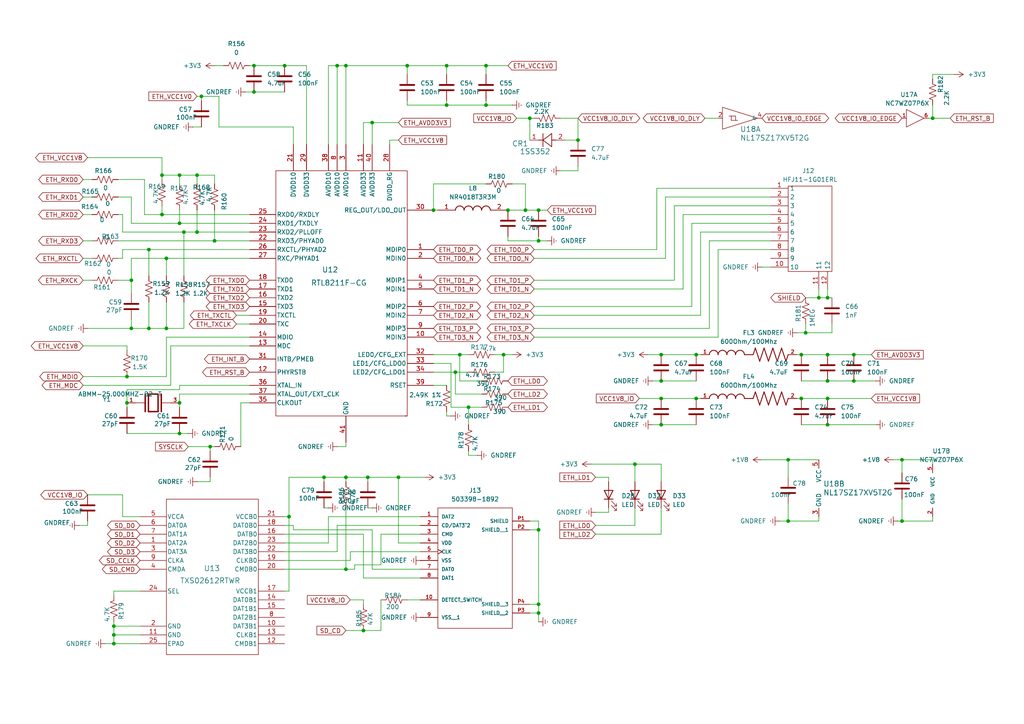
<source format=kicad_sch>
(kicad_sch (version 20231120) (generator "eeschema") (generator_version "8.0")
  (paper "A4")
  (junction (at 33.02 181.61))
  (junction (at 33.02 186.69))
  (junction (at 240.03 110.49))
  (junction (at 73.66 19.05))
  (junction (at 147.32 60.96))
  (junction (at 135.89 118.11))
  (junction (at 240.03 102.87))
  (junction (at 191.77 102.87))
  (junction (at 100.33 165.1))
  (junction (at 46.99 62.23))
  (junction (at 233.68 96.52))
  (junction (at 270.51 34.29))
  (junction (at 38.1 95.25))
  (junction (at 100.33 138.43))
  (junction (at 140.97 19.05))
  (junction (at 48.26 95.25))
  (junction (at 52.07 116.84))
  (junction (at 125.73 60.96))
  (junction (at 156.21 153.67))
  (junction (at 156.21 177.8))
  (junction (at 191.77 123.19))
  (junction (at 36.83 109.22))
  (junction (at 52.07 125.73))
  (junction (at 247.65 102.87))
  (junction (at 107.95 35.56))
  (junction (at 140.97 30.48))
  (junction (at 191.77 115.57))
  (junction (at 240.03 115.57))
  (junction (at 129.54 19.05))
  (junction (at 240.03 86.36))
  (junction (at 57.15 67.31))
  (junction (at 38.1 81.28))
  (junction (at 33.02 184.15))
  (junction (at 52.07 64.77))
  (junction (at 93.98 138.43))
  (junction (at 156.21 69.85))
  (junction (at 152.4 60.96))
  (junction (at 201.93 102.87))
  (junction (at 156.21 175.26))
  (junction (at 191.77 110.49))
  (junction (at 167.64 40.64))
  (junction (at 53.34 67.31))
  (junction (at 82.55 19.05))
  (junction (at 228.6 133.35))
  (junction (at 62.23 69.85))
  (junction (at 97.79 19.05))
  (junction (at 201.93 115.57))
  (junction (at 52.07 50.8))
  (junction (at 57.15 50.8))
  (junction (at 133.35 102.87))
  (junction (at 232.41 102.87))
  (junction (at 132.08 107.95))
  (junction (at 105.41 182.88))
  (junction (at 115.57 138.43))
  (junction (at 184.15 134.62))
  (junction (at 36.83 116.84))
  (junction (at 247.65 110.49))
  (junction (at 60.96 129.54))
  (junction (at 153.67 34.29))
  (junction (at 48.26 74.93))
  (junction (at 106.68 138.43))
  (junction (at 129.54 30.48))
  (junction (at 100.33 19.05))
  (junction (at 156.21 60.96))
  (junction (at 261.62 151.13))
  (junction (at 261.62 133.35))
  (junction (at 240.03 123.19))
  (junction (at 146.05 102.87))
  (junction (at 232.41 115.57))
  (junction (at 58.42 27.94))
  (junction (at 43.18 72.39))
  (junction (at 73.66 26.67))
  (junction (at 46.99 50.8))
  (junction (at 43.18 95.25))
  (junction (at 118.11 19.05))
  (junction (at 228.6 151.13))
  (junction (at 83.82 149.86))
  (junction (at 237.49 86.36))
  (wire (pts (xy 33.02 184.15) (xy 33.02 186.69)))
  (wire (pts (xy 33.02 172.72) (xy 33.02 171.45)))
  (wire (pts (xy 102.87 165.1) (xy 100.33 165.1)))
  (wire (pts (xy 33.02 184.15) (xy 40.64 184.15)))
  (wire (pts (xy 93.98 138.43) (xy 100.33 138.43)))
  (wire (pts (xy 139.7 114.3) (xy 132.08 114.3)))
  (wire (pts (xy 48.26 74.93) (xy 72.39 74.93)))
  (wire (pts (xy 46.99 62.23) (xy 72.39 62.23)))
  (wire (pts (xy 143.51 107.95) (xy 146.05 107.95)))
  (wire (pts (xy 140.97 19.05) (xy 140.97 21.59)))
  (wire (pts (xy 35.56 62.23) (xy 35.56 67.31)))
  (wire (pts (xy 68.58 93.98) (xy 72.39 93.98)))
  (wire (pts (xy 247.65 110.49) (xy 254 110.49)))
  (wire (pts (xy 52.07 64.77) (xy 72.39 64.77)))
  (wire (pts (xy 140.97 19.05) (xy 147.32 19.05)))
  (wire (pts (xy 193.04 57.15) (xy 223.52 57.15)))
  (wire (pts (xy 46.99 50.8) (xy 52.07 50.8)))
  (wire (pts (xy 34.29 81.28) (xy 38.1 81.28)))
  (wire (pts (xy 231.14 96.52) (xy 233.68 96.52)))
  (wire (pts (xy 58.42 27.94) (xy 58.42 29.21)))
  (wire (pts (xy 105.41 167.64) (xy 105.41 154.94)))
  (wire (pts (xy 125.73 53.34) (xy 125.73 60.96)))
  (wire (pts (xy 57.15 139.7) (xy 60.96 139.7)))
  (wire (pts (xy 184.15 147.32) (xy 184.15 152.4)))
  (wire (pts (xy 228.6 151.13) (xy 226.06 151.13)))
  (wire (pts (xy 191.77 147.32) (xy 191.77 154.94)))
  (wire (pts (xy 48.26 87.63) (xy 48.26 95.25)))
  (wire (pts (xy 46.99 45.72) (xy 46.99 50.8)))
  (wire (pts (xy 135.89 118.11) (xy 135.89 123.19)))
  (wire (pts (xy 97.79 19.05) (xy 100.33 19.05)))
  (wire (pts (xy 53.34 80.01) (xy 53.34 67.31)))
  (wire (pts (xy 113.03 41.91) (xy 113.03 40.64)))
  (wire (pts (xy 176.53 147.32) (xy 176.53 148.59)))
  (wire (pts (xy 140.97 53.34) (xy 125.73 53.34)))
  (wire (pts (xy 107.95 153.67) (xy 85.09 153.67)))
  (wire (pts (xy 60.96 129.54) (xy 60.96 130.81)))
  (wire (pts (xy 118.11 173.99) (xy 121.92 173.99)))
  (wire (pts (xy 156.21 177.8) (xy 156.21 180.34)))
  (wire (pts (xy 191.77 154.94) (xy 172.72 154.94)))
  (wire (pts (xy 36.83 101.6) (xy 36.83 100.33)))
  (wire (pts (xy 35.56 72.39) (xy 43.18 72.39)))
  (wire (pts (xy 52.07 118.11) (xy 52.07 116.84)))
  (wire (pts (xy 154.94 88.9) (xy 200.66 88.9)))
  (wire (pts (xy 191.77 102.87) (xy 201.93 102.87)))
  (wire (pts (xy 189.23 123.19) (xy 191.77 123.19)))
  (wire (pts (xy 24.13 69.85) (xy 26.67 69.85)))
  (wire (pts (xy 33.02 180.34) (xy 33.02 181.61)))
  (wire (pts (xy 93.98 147.32) (xy 95.25 147.32)))
  (wire (pts (xy 149.86 34.29) (xy 153.67 34.29)))
  (wire (pts (xy 110.49 154.94) (xy 110.49 163.83)))
  (wire (pts (xy 129.54 19.05) (xy 129.54 21.59)))
  (wire (pts (xy 187.96 102.87) (xy 191.77 102.87)))
  (wire (pts (xy 101.6 160.02) (xy 121.92 160.02)))
  (wire (pts (xy 156.21 153.67) (xy 156.21 175.26)))
  (wire (pts (xy 52.07 116.84) (xy 52.07 114.3)))
  (wire (pts (xy 35.56 74.93) (xy 35.56 72.39)))
  (wire (pts (xy 85.09 152.4) (xy 82.55 152.4)))
  (wire (pts (xy 125.73 111.76) (xy 129.54 111.76)))
  (wire (pts (xy 133.35 102.87) (xy 135.89 102.87)))
  (wire (pts (xy 154.94 81.28) (xy 195.58 81.28)))
  (wire (pts (xy 240.03 102.87) (xy 247.65 102.87)))
  (wire (pts (xy 200.66 88.9) (xy 200.66 64.77)))
  (wire (pts (xy 129.54 19.05) (xy 140.97 19.05)))
  (wire (pts (xy 52.07 125.73) (xy 54.61 125.73)))
  (wire (pts (xy 24.13 81.28) (xy 26.67 81.28)))
  (wire (pts (xy 73.66 26.67) (xy 82.55 26.67)))
  (wire (pts (xy 88.9 41.91) (xy 88.9 19.05)))
  (wire (pts (xy 35.56 67.31) (xy 53.34 67.31)))
  (wire (pts (xy 153.67 34.29) (xy 153.67 40.64)))
  (wire (pts (xy 154.94 95.25) (xy 205.74 95.25)))
  (wire (pts (xy 88.9 19.05) (xy 82.55 19.05)))
  (wire (pts (xy 232.41 110.49) (xy 240.03 110.49)))
  (wire (pts (xy 152.4 53.34) (xy 152.4 60.96)))
  (wire (pts (xy 146.05 102.87) (xy 148.59 102.87)))
  (wire (pts (xy 62.23 19.05) (xy 64.77 19.05)))
  (wire (pts (xy 58.42 27.94) (xy 63.5 27.94)))
  (wire (pts (xy 198.12 83.82) (xy 198.12 62.23)))
  (wire (pts (xy 36.83 125.73) (xy 52.07 125.73)))
  (wire (pts (xy 48.26 97.79) (xy 48.26 109.22)))
  (wire (pts (xy 102.87 163.83) (xy 102.87 165.1)))
  (wire (pts (xy 52.07 50.8) (xy 52.07 53.34)))
  (wire (pts (xy 35.56 149.86) (xy 40.64 149.86)))
  (wire (pts (xy 147.32 69.85) (xy 156.21 69.85)))
  (wire (pts (xy 115.57 138.43) (xy 123.19 138.43)))
  (wire (pts (xy 46.99 59.69) (xy 46.99 62.23)))
  (wire (pts (xy 237.49 86.36) (xy 240.03 86.36)))
  (wire (pts (xy 154.94 72.39) (xy 190.5 72.39)))
  (wire (pts (xy 127 60.96) (xy 125.73 60.96)))
  (wire (pts (xy 57.15 50.8) (xy 52.07 50.8)))
  (wire (pts (xy 34.29 62.23) (xy 35.56 62.23)))
  (wire (pts (xy 53.34 95.25) (xy 48.26 95.25)))
  (wire (pts (xy 24.13 74.93) (xy 26.67 74.93)))
  (wire (pts (xy 163.83 40.64) (xy 167.64 40.64)))
  (wire (pts (xy 62.23 60.96) (xy 62.23 69.85)))
  (wire (pts (xy 34.29 69.85) (xy 62.23 69.85)))
  (wire (pts (xy 57.15 27.94) (xy 58.42 27.94)))
  (wire (pts (xy 237.49 151.13) (xy 228.6 151.13)))
  (wire (pts (xy 72.39 97.79) (xy 48.26 97.79)))
  (wire (pts (xy 118.11 19.05) (xy 118.11 21.59)))
  (wire (pts (xy 191.77 115.57) (xy 201.93 115.57)))
  (wire (pts (xy 68.58 91.44) (xy 72.39 91.44)))
  (wire (pts (xy 231.14 115.57) (xy 232.41 115.57)))
  (wire (pts (xy 162.56 49.53) (xy 167.64 49.53)))
  (wire (pts (xy 107.95 35.56) (xy 115.57 35.56)))
  (wire (pts (xy 135.89 118.11) (xy 130.81 118.11)))
  (wire (pts (xy 143.51 102.87) (xy 146.05 102.87)))
  (wire (pts (xy 240.03 123.19) (xy 254 123.19)))
  (wire (pts (xy 69.85 116.84) (xy 72.39 116.84)))
  (wire (pts (xy 270.51 21.59) (xy 276.86 21.59)))
  (wire (pts (xy 241.3 96.52) (xy 233.68 96.52)))
  (wire (pts (xy 43.18 95.25) (xy 48.26 95.25)))
  (wire (pts (xy 34.29 57.15) (xy 38.1 57.15)))
  (wire (pts (xy 25.4 152.4) (xy 25.4 151.13)))
  (wire (pts (xy 25.4 45.72) (xy 46.99 45.72)))
  (wire (pts (xy 232.41 102.87) (xy 240.03 102.87)))
  (wire (pts (xy 34.29 74.93) (xy 35.56 74.93)))
  (wire (pts (xy 270.51 151.13) (xy 261.62 151.13)))
  (wire (pts (xy 118.11 30.48) (xy 129.54 30.48)))
  (wire (pts (xy 110.49 173.99) (xy 110.49 182.88)))
  (wire (pts (xy 60.96 139.7) (xy 60.96 138.43)))
  (wire (pts (xy 97.79 160.02) (xy 97.79 152.4)))
  (wire (pts (xy 121.92 167.64) (xy 105.41 167.64)))
  (wire (pts (xy 52.07 114.3) (xy 72.39 114.3)))
  (wire (pts (xy 205.74 69.85) (xy 223.52 69.85)))
  (wire (pts (xy 63.5 36.83) (xy 63.5 27.94)))
  (wire (pts (xy 152.4 60.96) (xy 156.21 60.96)))
  (wire (pts (xy 24.13 57.15) (xy 26.67 57.15)))
  (wire (pts (xy 24.13 111.76) (xy 49.53 111.76)))
  (wire (pts (xy 35.56 143.51) (xy 35.56 149.86)))
  (wire (pts (xy 83.82 138.43) (xy 93.98 138.43)))
  (wire (pts (xy 176.53 139.7) (xy 176.53 138.43)))
  (wire (pts (xy 113.03 40.64) (xy 115.57 40.64)))
  (wire (pts (xy 34.29 52.07) (xy 41.91 52.07)))
  (wire (pts (xy 191.77 123.19) (xy 201.93 123.19)))
  (wire (pts (xy 184.15 152.4) (xy 172.72 152.4)))
  (wire (pts (xy 220.98 133.35) (xy 228.6 133.35)))
  (wire (pts (xy 228.6 133.35) (xy 228.6 138.43)))
  (wire (pts (xy 72.39 19.05) (xy 73.66 19.05)))
  (wire (pts (xy 176.53 138.43) (xy 172.72 138.43)))
  (wire (pts (xy 233.68 86.36) (xy 237.49 86.36)))
  (wire (pts (xy 191.77 110.49) (xy 201.93 110.49)))
  (wire (pts (xy 24.13 100.33) (xy 36.83 100.33)))
  (wire (pts (xy 41.91 52.07) (xy 41.91 62.23)))
  (wire (pts (xy 156.21 151.13) (xy 156.21 153.67)))
  (wire (pts (xy 233.68 96.52) (xy 233.68 93.98)))
  (wire (pts (xy 118.11 19.05) (xy 129.54 19.05)))
  (wire (pts (xy 24.13 109.22) (xy 36.83 109.22)))
  (wire (pts (xy 147.32 68.58) (xy 147.32 69.85)))
  (wire (pts (xy 228.6 146.05) (xy 228.6 151.13)))
  (wire (pts (xy 247.65 102.87) (xy 252.73 102.87)))
  (wire (pts (xy 203.2 91.44) (xy 203.2 67.31)))
  (wire (pts (xy 33.02 181.61) (xy 33.02 184.15)))
  (wire (pts (xy 41.91 62.23) (xy 46.99 62.23)))
  (wire (pts (xy 105.41 41.91) (xy 105.41 35.56)))
  (wire (pts (xy 156.21 60.96) (xy 158.75 60.96)))
  (wire (pts (xy 55.88 36.83) (xy 58.42 36.83)))
  (wire (pts (xy 100.33 128.27) (xy 100.33 129.54)))
  (wire (pts (xy 100.33 19.05) (xy 118.11 19.05)))
  (wire (pts (xy 101.6 173.99) (xy 105.41 173.99)))
  (wire (pts (xy 107.95 165.1) (xy 107.95 153.67)))
  (wire (pts (xy 193.04 74.93) (xy 193.04 57.15)))
  (wire (pts (xy 83.82 171.45) (xy 83.82 149.86)))
  (wire (pts (xy 38.1 74.93) (xy 48.26 74.93)))
  (wire (pts (xy 49.53 111.76) (xy 49.53 100.33)))
  (wire (pts (xy 270.51 34.29) (xy 275.59 34.29)))
  (wire (pts (xy 121.92 165.1) (xy 107.95 165.1)))
  (wire (pts (xy 261.62 133.35) (xy 261.62 137.16)))
  (wire (pts (xy 240.03 86.36) (xy 241.3 86.36)))
  (wire (pts (xy 36.83 109.22) (xy 48.26 109.22)))
  (wire (pts (xy 270.51 22.86) (xy 270.51 21.59)))
  (wire (pts (xy 43.18 72.39) (xy 43.18 80.01)))
  (wire (pts (xy 85.09 153.67) (xy 85.09 152.4)))
  (wire (pts (xy 69.85 129.54) (xy 69.85 116.84)))
  (wire (pts (xy 176.53 148.59) (xy 172.72 148.59)))
  (wire (pts (xy 107.95 41.91) (xy 107.95 35.56)))
  (wire (pts (xy 25.4 95.25) (xy 38.1 95.25)))
  (wire (pts (xy 101.6 162.56) (xy 101.6 160.02)))
  (wire (pts (xy 95.25 157.48) (xy 95.25 149.86)))
  (wire (pts (xy 62.23 53.34) (xy 62.23 50.8)))
  (wire (pts (xy 110.49 182.88) (xy 105.41 182.88)))
  (wire (pts (xy 125.73 107.95) (xy 132.08 107.95)))
  (wire (pts (xy 82.55 162.56) (xy 101.6 162.56)))
  (wire (pts (xy 130.81 105.41) (xy 125.73 105.41)))
  (wire (pts (xy 140.97 29.21) (xy 140.97 30.48)))
  (wire (pts (xy 100.33 41.91) (xy 100.33 19.05)))
  (wire (pts (xy 82.55 157.48) (xy 95.25 157.48)))
  (wire (pts (xy 49.53 100.33) (xy 72.39 100.33)))
  (wire (pts (xy 118.11 29.21) (xy 118.11 30.48)))
  (wire (pts (xy 240.03 115.57) (xy 252.73 115.57)))
  (wire (pts (xy 83.82 149.86) (xy 83.82 138.43)))
  (wire (pts (xy 106.68 147.32) (xy 107.95 147.32)))
  (wire (pts (xy 53.34 67.31) (xy 57.15 67.31)))
  (wire (pts (xy 232.41 115.57) (xy 240.03 115.57)))
  (wire (pts (xy 129.54 119.38) (xy 129.54 120.65)))
  (wire (pts (xy 270.51 133.35) (xy 261.62 133.35)))
  (wire (pts (xy 95.25 149.86) (xy 121.92 149.86)))
  (wire (pts (xy 52.07 113.03) (xy 36.83 113.03)))
  (wire (pts (xy 198.12 62.23) (xy 223.52 62.23)))
  (wire (pts (xy 22.86 152.4) (xy 25.4 152.4)))
  (wire (pts (xy 73.66 19.05) (xy 82.55 19.05)))
  (wire (pts (xy 82.55 171.45) (xy 83.82 171.45)))
  (wire (pts (xy 106.68 138.43) (xy 115.57 138.43)))
  (wire (pts (xy 153.67 151.13) (xy 156.21 151.13)))
  (wire (pts (xy 82.55 160.02) (xy 97.79 160.02)))
  (wire (pts (xy 62.23 50.8) (xy 57.15 50.8)))
  (wire (pts (xy 154.94 83.82) (xy 198.12 83.82)))
  (wire (pts (xy 33.02 171.45) (xy 40.64 171.45)))
  (wire (pts (xy 240.03 110.49) (xy 247.65 110.49)))
  (wire (pts (xy 153.67 34.29) (xy 154.94 34.29)))
  (wire (pts (xy 204.47 34.29) (xy 208.28 34.29)))
  (wire (pts (xy 154.94 97.79) (xy 208.28 97.79)))
  (wire (pts (xy 147.32 60.96) (xy 152.4 60.96)))
  (wire (pts (xy 100.33 182.88) (xy 105.41 182.88)))
  (wire (pts (xy 125.73 102.87) (xy 133.35 102.87)))
  (wire (pts (xy 195.58 81.28) (xy 195.58 59.69)))
  (wire (pts (xy 100.33 165.1) (xy 82.55 165.1)))
  (wire (pts (xy 38.1 64.77) (xy 52.07 64.77)))
  (wire (pts (xy 241.3 93.98) (xy 241.3 96.52)))
  (wire (pts (xy 167.64 40.64) (xy 167.64 34.29)))
  (wire (pts (xy 100.33 129.54) (xy 97.79 129.54)))
  (wire (pts (xy 97.79 41.91) (xy 97.79 19.05)))
  (wire (pts (xy 53.34 87.63) (xy 53.34 95.25)))
  (wire (pts (xy 105.41 154.94) (xy 82.55 154.94)))
  (wire (pts (xy 43.18 87.63) (xy 43.18 95.25)))
  (wire (pts (xy 139.7 110.49) (xy 133.35 110.49)))
  (wire (pts (xy 228.6 133.35) (xy 237.49 133.35)))
  (wire (pts (xy 106.68 138.43) (xy 106.68 139.7)))
  (wire (pts (xy 240.03 83.82) (xy 240.03 86.36)))
  (wire (pts (xy 93.98 138.43) (xy 93.98 139.7)))
  (wire (pts (xy 208.28 72.39) (xy 223.52 72.39)))
  (wire (pts (xy 25.4 143.51) (xy 35.56 143.51)))
  (wire (pts (xy 100.33 147.32) (xy 100.33 165.1)))
  (wire (pts (xy 57.15 60.96) (xy 57.15 67.31)))
  (wire (pts (xy 121.92 157.48) (xy 115.57 157.48)))
  (wire (pts (xy 139.7 118.11) (xy 135.89 118.11)))
  (wire (pts (xy 82.55 149.86) (xy 83.82 149.86)))
  (wire (pts (xy 203.2 67.31) (xy 223.52 67.31)))
  (wire (pts (xy 133.35 110.49) (xy 133.35 102.87)))
  (wire (pts (xy 191.77 134.62) (xy 184.15 134.62)))
  (wire (pts (xy 232.41 123.19) (xy 240.03 123.19)))
  (wire (pts (xy 200.66 64.77) (xy 223.52 64.77)))
  (wire (pts (xy 201.93 115.57) (xy 203.2 115.57)))
  (wire (pts (xy 43.18 72.39) (xy 72.39 72.39)))
  (wire (pts (xy 36.83 113.03) (xy 36.83 116.84)))
  (wire (pts (xy 24.13 62.23) (xy 26.67 62.23)))
  (wire (pts (xy 105.41 35.56) (xy 107.95 35.56)))
  (wire (pts (xy 38.1 57.15) (xy 38.1 64.77)))
  (wire (pts (xy 153.67 177.8) (xy 156.21 177.8)))
  (wire (pts (xy 36.83 116.84) (xy 36.83 118.11)))
  (wire (pts (xy 140.97 30.48) (xy 148.59 30.48)))
  (wire (pts (xy 184.15 134.62) (xy 184.15 139.7)))
  (wire (pts (xy 100.33 138.43) (xy 106.68 138.43)))
  (wire (pts (xy 270.51 149.86) (xy 270.51 151.13)))
  (wire (pts (xy 231.14 102.87) (xy 232.41 102.87)))
  (wire (pts (xy 57.15 53.34) (xy 57.15 50.8)))
  (wire (pts (xy 95.25 41.91) (xy 95.25 19.05)))
  (wire (pts (xy 115.57 157.48) (xy 115.57 138.43)))
  (wire (pts (xy 195.58 59.69) (xy 223.52 59.69)))
  (wire (pts (xy 237.49 83.82) (xy 237.49 86.36)))
  (wire (pts (xy 62.23 69.85) (xy 72.39 69.85)))
  (wire (pts (xy 185.42 115.57) (xy 191.77 115.57)))
  (wire (pts (xy 237.49 149.86) (xy 237.49 151.13)))
  (wire (pts (xy 52.07 111.76) (xy 52.07 113.03)))
  (wire (pts (xy 156.21 69.85) (xy 158.75 69.85)))
  (wire (pts (xy 85.09 36.83) (xy 63.5 36.83)))
  (wire (pts (xy 167.64 34.29) (xy 162.56 34.29)))
  (wire (pts (xy 129.54 29.21) (xy 129.54 30.48)))
  (wire (pts (xy 46.99 52.07) (xy 46.99 50.8)))
  (wire (pts (xy 201.93 102.87) (xy 203.2 102.87)))
  (wire (pts (xy 132.08 114.3) (xy 132.08 107.95)))
  (wire (pts (xy 105.41 173.99) (xy 105.41 175.26)))
  (wire (pts (xy 261.62 151.13) (xy 260.35 151.13)))
  (wire (pts (xy 135.89 130.81) (xy 135.89 132.08)))
  (wire (pts (xy 153.67 175.26) (xy 156.21 175.26)))
  (wire (pts (xy 43.18 95.25) (xy 38.1 95.25)))
  (wire (pts (xy 60.96 129.54) (xy 62.23 129.54)))
  (wire (pts (xy 171.45 134.62) (xy 184.15 134.62)))
  (wire (pts (xy 30.48 186.69) (xy 33.02 186.69)))
  (wire (pts (xy 148.59 53.34) (xy 152.4 53.34)))
  (wire (pts (xy 167.64 49.53) (xy 167.64 48.26)))
  (wire (pts (xy 72.39 111.76) (xy 52.07 111.76)))
  (wire (pts (xy 54.61 129.54) (xy 60.96 129.54)))
  (wire (pts (xy 270.51 30.48) (xy 270.51 34.29)))
  (wire (pts (xy 121.92 154.94) (xy 110.49 154.94)))
  (wire (pts (xy 261.62 144.78) (xy 261.62 151.13)))
  (wire (pts (xy 110.49 163.83) (xy 102.87 163.83)))
  (wire (pts (xy 38.1 95.25) (xy 38.1 92.71)))
  (wire (pts (xy 85.09 41.91) (xy 85.09 36.83)))
  (wire (pts (xy 153.67 153.67) (xy 156.21 153.67)))
  (wire (pts (xy 259.08 133.35) (xy 261.62 133.35)))
  (wire (pts (xy 208.28 97.79) (xy 208.28 72.39)))
  (wire (pts (xy 270.51 134.62) (xy 270.51 133.35)))
  (wire (pts (xy 190.5 72.39) (xy 190.5 54.61)))
  (wire (pts (xy 71.12 26.67) (xy 73.66 26.67)))
  (wire (pts (xy 57.15 67.31) (xy 72.39 67.31)))
  (wire (pts (xy 189.23 110.49) (xy 191.77 110.49)))
  (wire (pts (xy 33.02 181.61) (xy 40.64 181.61)))
  (wire (pts (xy 33.02 186.69) (xy 40.64 186.69)))
  (wire (pts (xy 135.89 132.08) (xy 138.43 132.08)))
  (wire (pts (xy 220.98 77.47) (xy 223.52 77.47)))
  (wire (pts (xy 100.33 138.43) (xy 100.33 139.7)))
  (wire (pts (xy 95.25 19.05) (xy 97.79 19.05)))
  (wire (pts (xy 97.79 152.4) (xy 121.92 152.4)))
  (wire (pts (xy 154.94 74.93) (xy 193.04 74.93)))
  (wire (pts (xy 38.1 81.28) (xy 38.1 74.93)))
  (wire (pts (xy 24.13 52.07) (xy 26.67 52.07)))
  (wire (pts (xy 191.77 139.7) (xy 191.77 134.62)))
  (wire (pts (xy 190.5 54.61) (xy 223.52 54.61)))
  (wire (pts (xy 146.05 107.95) (xy 146.05 102.87)))
  (wire (pts (xy 129.54 120.65) (xy 130.81 120.65)))
  (wire (pts (xy 205.74 95.25) (xy 205.74 69.85)))
  (wire (pts (xy 52.07 60.96) (xy 52.07 64.77)))
  (wire (pts (xy 156.21 68.58) (xy 156.21 69.85)))
  (wire (pts (xy 130.81 118.11) (xy 130.81 105.41)))
  (wire (pts (xy 132.08 107.95) (xy 135.89 107.95)))
  (wire (pts (xy 154.94 91.44) (xy 203.2 91.44)))
  (wire (pts (xy 48.26 74.93) (xy 48.26 80.01)))
  (wire (pts (xy 156.21 175.26) (xy 156.21 177.8)))
  (wire (pts (xy 38.1 81.28) (xy 38.1 85.09)))
  (wire (pts (xy 129.54 30.48) (xy 140.97 30.48)))
  (wire (pts (xy 270.51 34.29) (xy 269.24 34.29)))
  (global_label "ETH_RXCK" (shape bidirectional) (at 24.13 81.28 180) (property "Intersheetrefs" "${INTERSHEET_REFS}" (effects (hide yes))))
  (global_label "ETH_LD2" (shape bidirectional) (at 147.32 114.3 0) (property "Intersheetrefs" "${INTERSHEET_REFS}" (effects (hide yes))))
  (global_label "ETH_MDC" (shape bidirectional) (at 24.13 111.76 180) (property "Intersheetrefs" "${INTERSHEET_REFS}" (effects (hide yes))))
  (global_label "ETH_TD0_N" (shape bidirectional) (at 125.73 74.93 0) (property "Intersheetrefs" "${INTERSHEET_REFS}" (effects (hide yes))))
  (global_label "SD_D1" (shape bidirectional) (at 40.64 154.94 180) (property "Intersheetrefs" "${INTERSHEET_REFS}" (effects (hide yes))))
  (global_label "ETH_VCC1V0" (shape input) (at 57.15 27.94 180) (property "Intersheetrefs" "${INTERSHEET_REFS}" (effects (hide yes))))
  (global_label "ETH_TXD1" (shape bidirectional) (at 72.39 83.82 180) (property "Intersheetrefs" "${INTERSHEET_REFS}" (effects (hide yes))))
  (global_label "ETH_LD0" (shape input) (at 172.72 152.4 180) (property "Intersheetrefs" "${INTERSHEET_REFS}" (effects (hide yes))))
  (global_label "VCC1V8_IO" (shape input) (at 101.6 173.99 180) (property "Intersheetrefs" "${INTERSHEET_REFS}" (effects (hide yes))))
  (global_label "ETH_TD0_N" (shape bidirectional) (at 154.94 74.93 180) (property "Intersheetrefs" "${INTERSHEET_REFS}" (effects (hide yes))))
  (global_label "SHIELD" (shape bidirectional) (at 233.68 86.36 180) (property "Intersheetrefs" "${INTERSHEET_REFS}" (effects (hide yes))))
  (global_label "ETH_AVDD3V3" (shape input) (at 115.57 35.56 0) (property "Intersheetrefs" "${INTERSHEET_REFS}" (effects (hide yes))))
  (global_label "ETH_INT_B" (shape bidirectional) (at 72.39 104.14 180) (property "Intersheetrefs" "${INTERSHEET_REFS}" (effects (hide yes))))
  (global_label "ETH_TD2_N" (shape bidirectional) (at 125.73 91.44 0) (property "Intersheetrefs" "${INTERSHEET_REFS}" (effects (hide yes))))
  (global_label "ETH_AVDD3V3" (shape input) (at 252.73 102.87 0) (property "Intersheetrefs" "${INTERSHEET_REFS}" (effects (hide yes))))
  (global_label "ETH_TXCTL" (shape bidirectional) (at 68.58 91.44 180) (property "Intersheetrefs" "${INTERSHEET_REFS}" (effects (hide yes))))
  (global_label "ETH_TD3_N" (shape bidirectional) (at 154.94 97.79 180) (property "Intersheetrefs" "${INTERSHEET_REFS}" (effects (hide yes))))
  (global_label "ETH_LD2" (shape input) (at 172.72 154.94 180) (property "Intersheetrefs" "${INTERSHEET_REFS}" (effects (hide yes))))
  (global_label "VCC1V8_IO_DLY" (shape bidirectional) (at 204.47 34.29 180) (property "Intersheetrefs" "${INTERSHEET_REFS}" (effects (hide yes))))
  (global_label "SD_CD" (shape input) (at 100.33 182.88 180) (property "Intersheetrefs" "${INTERSHEET_REFS}" (effects (hide yes))))
  (global_label "ETH_TD3_P" (shape bidirectional) (at 154.94 95.25 180) (property "Intersheetrefs" "${INTERSHEET_REFS}" (effects (hide yes))))
  (global_label "SD_CCLK" (shape bidirectional) (at 40.64 162.56 180) (property "Intersheetrefs" "${INTERSHEET_REFS}" (effects (hide yes))))
  (global_label "ETH_TD3_N" (shape bidirectional) (at 125.73 97.79 0) (property "Intersheetrefs" "${INTERSHEET_REFS}" (effects (hide yes))))
  (global_label "ETH_RST_B" (shape input) (at 275.59 34.29 0) (property "Intersheetrefs" "${INTERSHEET_REFS}" (effects (hide yes))))
  (global_label "VCC1V8_IO_EDGE" (shape bidirectional) (at 220.98 34.29 0) (property "Intersheetrefs" "${INTERSHEET_REFS}" (effects (hide yes))))
  (global_label "ETH_TD2_N" (shape bidirectional) (at 154.94 91.44 180) (property "Intersheetrefs" "${INTERSHEET_REFS}" (effects (hide yes))))
  (global_label "VCC1V8_IO_EDGE" (shape bidirectional) (at 261.62 34.29 180) (property "Intersheetrefs" "${INTERSHEET_REFS}" (effects (hide yes))))
  (global_label "ETH_RXD0" (shape bidirectional) (at 24.13 52.07 180) (property "Intersheetrefs" "${INTERSHEET_REFS}" (effects (hide yes))))
  (global_label "ETH_LD1" (shape bidirectional) (at 147.32 118.11 0) (property "Intersheetrefs" "${INTERSHEET_REFS}" (effects (hide yes))))
  (global_label "ETH_VCC1V8" (shape input) (at 115.57 40.64 0) (property "Intersheetrefs" "${INTERSHEET_REFS}" (effects (hide yes))))
  (global_label "ETH_RXD1" (shape bidirectional) (at 24.13 57.15 180) (property "Intersheetrefs" "${INTERSHEET_REFS}" (effects (hide yes))))
  (global_label "ETH_TD2_P" (shape bidirectional) (at 125.73 88.9 0) (property "Intersheetrefs" "${INTERSHEET_REFS}" (effects (hide yes))))
  (global_label "SD_D0" (shape bidirectional) (at 40.64 152.4 180) (property "Intersheetrefs" "${INTERSHEET_REFS}" (effects (hide yes))))
  (global_label "VCC1V8_IO" (shape input) (at 149.86 34.29 180) (property "Intersheetrefs" "${INTERSHEET_REFS}" (effects (hide yes))))
  (global_label "ETH_TXCLK" (shape bidirectional) (at 68.58 93.98 180) (property "Intersheetrefs" "${INTERSHEET_REFS}" (effects (hide yes))))
  (global_label "ETH_TXD2" (shape bidirectional) (at 72.39 86.36 180) (property "Intersheetrefs" "${INTERSHEET_REFS}" (effects (hide yes))))
  (global_label "ETH_TD3_P" (shape bidirectional) (at 125.73 95.25 0) (property "Intersheetrefs" "${INTERSHEET_REFS}" (effects (hide yes))))
  (global_label "ETH_RXD2" (shape bidirectional) (at 24.13 62.23 180) (property "Intersheetrefs" "${INTERSHEET_REFS}" (effects (hide yes))))
  (global_label "SD_D2" (shape bidirectional) (at 40.64 157.48 180) (property "Intersheetrefs" "${INTERSHEET_REFS}" (effects (hide yes))))
  (global_label "ETH_RST_B" (shape bidirectional) (at 72.39 107.95 180) (property "Intersheetrefs" "${INTERSHEET_REFS}" (effects (hide yes))))
  (global_label "ETH_LD1" (shape input) (at 172.72 138.43 180) (property "Intersheetrefs" "${INTERSHEET_REFS}" (effects (hide yes))))
  (global_label "ETH_TD1_N" (shape bidirectional) (at 125.73 83.82 0) (property "Intersheetrefs" "${INTERSHEET_REFS}" (effects (hide yes))))
  (global_label "ETH_TXD3" (shape bidirectional) (at 72.39 88.9 180) (property "Intersheetrefs" "${INTERSHEET_REFS}" (effects (hide yes))))
  (global_label "VCC1V8_IO" (shape bidirectional) (at 25.4 143.51 180) (property "Intersheetrefs" "${INTERSHEET_REFS}" (effects (hide yes))))
  (global_label "ETH_MDIO" (shape bidirectional) (at 24.13 109.22 180) (property "Intersheetrefs" "${INTERSHEET_REFS}" (effects (hide yes))))
  (global_label "ETH_TD0_P" (shape bidirectional) (at 154.94 72.39 180) (property "Intersheetrefs" "${INTERSHEET_REFS}" (effects (hide yes))))
  (global_label "ETH_VCC1V8" (shape bidirectional) (at 25.4 45.72 180) (property "Intersheetrefs" "${INTERSHEET_REFS}" (effects (hide yes))))
  (global_label "ETH_VCC1V0" (shape input) (at 147.32 19.05 0) (property "Intersheetrefs" "${INTERSHEET_REFS}" (effects (hide yes))))
  (global_label "SD_CMD" (shape bidirectional) (at 40.64 165.1 180) (property "Intersheetrefs" "${INTERSHEET_REFS}" (effects (hide yes))))
  (global_label "VCC1V8_IO" (shape input) (at 185.42 115.57 180) (property "Intersheetrefs" "${INTERSHEET_REFS}" (effects (hide yes))))
  (global_label "SD_D3" (shape bidirectional) (at 40.64 160.02 180) (property "Intersheetrefs" "${INTERSHEET_REFS}" (effects (hide yes))))
  (global_label "ETH_TD0_P" (shape bidirectional) (at 125.73 72.39 0) (property "Intersheetrefs" "${INTERSHEET_REFS}" (effects (hide yes))))
  (global_label "ETH_RXCTL" (shape bidirectional) (at 24.13 74.93 180) (property "Intersheetrefs" "${INTERSHEET_REFS}" (effects (hide yes))))
  (global_label "ETH_TD2_P" (shape bidirectional) (at 154.94 88.9 180) (property "Intersheetrefs" "${INTERSHEET_REFS}" (effects (hide yes))))
  (global_label "ETH_VCC1V8" (shape input) (at 252.73 115.57 0) (property "Intersheetrefs" "${INTERSHEET_REFS}" (effects (hide yes))))
  (global_label "ETH_TXD0" (shape bidirectional) (at 72.39 81.28 180) (property "Intersheetrefs" "${INTERSHEET_REFS}" (effects (hide yes))))
  (global_label "SYSCLK" (shape input) (at 54.61 129.54 180) (property "Intersheetrefs" "${INTERSHEET_REFS}" (effects (hide yes))))
  (global_label "ETH_TD1_P" (shape bidirectional) (at 125.73 81.28 0) (property "Intersheetrefs" "${INTERSHEET_REFS}" (effects (hide yes))))
  (global_label "ETH_RXD3" (shape bidirectional) (at 24.13 69.85 180) (property "Intersheetrefs" "${INTERSHEET_REFS}" (effects (hide yes))))
  (global_label "ETH_TD1_P" (shape bidirectional) (at 154.94 81.28 180) (property "Intersheetrefs" "${INTERSHEET_REFS}" (effects (hide yes))))
  (global_label "ETH_VCC1V0" (shape input) (at 158.75 60.96 0) (property "Intersheetrefs" "${INTERSHEET_REFS}" (effects (hide yes))))
  (global_label "ETH_TD1_N" (shape bidirectional) (at 154.94 83.82 180) (property "Intersheetrefs" "${INTERSHEET_REFS}" (effects (hide yes))))
  (global_label "ETH_LD0" (shape bidirectional) (at 147.32 110.49 0) (property "Intersheetrefs" "${INTERSHEET_REFS}" (effects (hide yes))))
  (global_label "ETH_VCC1V8" (shape bidirectional) (at 24.13 100.33 180) (property "Intersheetrefs" "${INTERSHEET_REFS}" (effects (hide yes))))
  (global_label "VCC1V8_IO_DLY" (shape bidirectional) (at 167.64 34.29 0) (property "Intersheetrefs" "${INTERSHEET_REFS}" (effects (hide yes))))
  (symbol (lib_id "Device:C") (at 156.21 64.77 0) (unit 1)
    (property "Reference" "C65" (at 160.02 63.4999 0) (effects (justify left)))
    (property "Value" "100nF" (at 160.02 66.0399 0) (effects (justify left)))
    (property "Footprint" "footprints:C_0201_0603Metric" (effects (hide yes)))
    (property "Description" "Unpolarized capacitor" (effects (hide yes)))
    (property "LCSC PN" "c307380" (effects (hide yes)))
  )
  (symbol (lib_id "Device:R_US") (at 105.41 179.07 180) (unit 1)
    (property "Reference" "R185" (at 104.14 176.784 90) (effects (justify left)))
    (property "Value" "47K" (at 107.442 177.546 90) (effects (justify left)))
    (property "Footprint" "footprints:R_0402" (effects (hide yes)))
    (property "Description" "Resistor, US symbol" (effects (hide yes)))
    (property "LCSC PN" "C93943" (effects (hide yes)))
  )
  (symbol (lib_id "1SS352:1SS352") (at 163.83 40.64 180) (unit 1)
    (property "Reference" "CR1" (at 150.876 41.656 0) (effects (font (size 1.524 1.524))))
    (property "Value" "1SS352" (at 155.194 43.942 0) (effects (font (size 1.524 1.524))))
    (property "Footprint" "footprints:USC_TOS" (effects (hide yes)))
    (property "Datasheet" "1SS352" (effects (hide yes)))
    (property "LCSC PN" "C15885" (effects (hide yes)))
  )
  (symbol (lib_id "Device:R_US") (at 158.75 34.29 90) (mirror x) (unit 1)
    (property "Reference" "R183" (at 160.6173 36.4309 90) (effects (justify left)))
    (property "Value" "2.2K" (at 159.3473 32.3669 90) (effects (justify left)))
    (property "Footprint" "footprints:R_0402" (effects (hide yes)))
    (property "Description" "Resistor, US symbol" (effects (hide yes)))
    (property "LCSC PN" "c114762" (effects (hide yes)))
  )
  (symbol (lib_id "Device:C") (at 228.6 142.24 0) (unit 1)
    (property "Reference" "C78" (at 229.87 140.208 0) (effects (justify left)))
    (property "Value" "100nF" (at 223.52 143.51 0) (effects (justify left)))
    (property "Footprint" "footprints:C_0201_0603Metric" (effects (hide yes)))
    (property "Description" "Unpolarized capacitor" (effects (hide yes)))
    (property "LCSC PN" "c307380" (effects (hide yes)))
  )
  (symbol (lib_id "Device:R_US") (at 135.89 127 180) (unit 1)
    (property "Reference" "R178" (at 133.7491 125.1327 90) (effects (justify left)))
    (property "Value" "4.7K" (at 137.8131 126.4027 90) (effects (justify left)))
    (property "Footprint" "footprints:R_0201_0603Metric" (effects (hide yes)))
    (property "Description" "Resistor, US symbol" (effects (hide yes)))
    (property "LCSC PN" "C138135" (effects (hide yes)))
  )
  (symbol (lib_name "NC7WZ07P6X_modified_1") (lib_id "NC7WZ07P6X:NC7WZ07P6X_modified") (at 275.59 138.43 0) (unit 2)
    (property "Reference" "U17" (at 273.05 130.81 0))
    (property "Value" "NC7WZ07P6X" (at 273.05 133.35 0))
    (property "Footprint" "footprints:NC7WZ07P6X" (effects (hide yes)))
    (property "SUPPLIER" "FAIRCHILD SEMICONDUCTOR" (effects (hide yes)))
    (property "OC_FARNELL" "1470998" (effects (hide yes)))
    (property "OC_NEWARK" "58K9469" (effects (hide yes)))
    (property "MPN" "NC7WZ07P6X" (effects (hide yes)))
    (property "PACKAGE" "SC-70-6" (effects (hide yes)))
    (property "LCSC PN" "C95342" (effects (hide yes)))
  )
  (symbol (lib_id "NL17SZ17XV5T2G:NL17SZ17XV5T2G_Modified") (at 219.71 34.29 0) (unit 1)
    (property "Reference" "U18" (at 214.63 37.4649 0) (effects (font (size 1.524 1.524)) (justify left)))
    (property "Value" "NL17SZ17XV5T2G" (at 214.63 40.0049 0) (effects (font (size 1.524 1.524)) (justify left)))
    (property "Footprint" "footprints:SOT553-5_ONS" (effects (hide yes)))
    (property "Datasheet" "NL17SZ17XV5T2G" (effects (hide yes)))
    (property "LCSC PN" "C152502" (effects (hide yes)))
  )
  (symbol (lib_id "RTL8211F-CG:RTL8211F-CG") (at 72.39 60.96 0) (unit 1)
    (property "Reference" "U12" (at 95.758 78.232 0) (effects (font (size 1.524 1.524))))
    (property "Value" "RTL8211F-CG" (at 98.298 82.042 0) (effects (font (size 1.524 1.524))))
    (property "Footprint" "footprints:RTL8211F-CG_RTK" (effects (hide yes)))
    (property "Datasheet" "RTL8211F-CG" (effects (hide yes)))
    (property "LCSC PN" "C187932" (effects (hide yes)))
  )
  (symbol (lib_id "Device:C") (at 240.03 106.68 0) (unit 1)
    (property "Reference" "C70" (at 243.84 105.4099 0) (effects (justify left)))
    (property "Value" "100nF" (at 243.84 107.9499 0) (effects (justify left)))
    (property "Footprint" "footprints:C_0201_0603Metric" (effects (hide yes)))
    (property "Description" "Unpolarized capacitor" (effects (hide yes)))
    (property "LCSC PN" "c307380" (effects (hide yes)))
  )
  (symbol (lib_id "Device:C") (at 240.03 119.38 0) (unit 1)
    (property "Reference" "C75" (at 243.84 118.1099 0) (effects (justify left)))
    (property "Value" "100nF" (at 243.84 120.6499 0) (effects (justify left)))
    (property "Footprint" "footprints:C_0201_0603Metric" (effects (hide yes)))
    (property "Description" "Unpolarized capacitor" (effects (hide yes)))
    (property "LCSC PN" "c307380" (effects (hide yes)))
  )
  (symbol (lib_id "Device:C") (at 261.62 140.97 0) (unit 1)
    (property "Reference" "C76" (at 262.382 138.938 0) (effects (justify left)))
    (property "Value" "100nF" (at 262.128 143.51 0) (effects (justify left)))
    (property "Footprint" "footprints:C_0201_0603Metric" (effects (hide yes)))
    (property "Description" "Unpolarized capacitor" (effects (hide yes)))
    (property "LCSC PN" "c307380" (effects (hide yes)))
  )
  (symbol (lib_id "Device:R_US") (at 139.7 102.87 90) (unit 1)
    (property "Reference" "R177" (at 141.5673 100.7291 90) (effects (justify left)))
    (property "Value" "4.7k" (at 144.018 101.092 90) (effects (justify left)))
    (property "Footprint" "footprints:R_0402" (effects (hide yes)))
    (property "Description" "Resistor, US symbol" (effects (hide yes)))
    (property "LCSC PN" "C105871" (effects (hide yes)))
  )
  (symbol (lib_id "Device:R_US") (at 30.48 52.07 270) (unit 1)
    (property "Reference" "R166" (at 29.972 49.53 90))
    (property "Value" "0" (at 30.6072 54.5183 90))
    (property "Footprint" "footprints:R_0201_0603Metric" (effects (hide yes)))
    (property "Description" "Resistor, US symbol" (effects (hide yes)))
    (property "LCSC PN" "c106228" (effects (hide yes)))
  )
  (symbol (lib_id "Device:C") (at 232.41 119.38 0) (unit 1)
    (property "Reference" "C74" (at 236.22 118.1099 0) (effects (justify left)))
    (property "Value" "4.7uF" (at 236.22 120.6499 0) (effects (justify left)))
    (property "Footprint" "footprints:C_0402" (effects (hide yes)))
    (property "Description" "Unpolarized capacitor" (effects (hide yes)))
    (property "LCSC PN" "C2858031" (effects (hide yes)))
  )
  (symbol (lib_id "Device:R_US") (at 52.07 57.15 0) (unit 1)
    (property "Reference" "R167" (at 49.276 54.61 0) (effects (justify left)))
    (property "Value" "4.7K" (at 53.848 59.436 90) (effects (justify left)))
    (property "Footprint" "footprints:R_0201_0603Metric" (effects (hide yes)))
    (property "Description" "Resistor, US symbol" (effects (hide yes)))
    (property "LCSC PN" "C138135" (effects (hide yes)))
  )
  (symbol (lib_id "Device:R_US") (at 46.99 55.88 0) (unit 1)
    (property "Reference" "R169" (at 42.926 54.102 0) (effects (justify left)))
    (property "Value" "4.7K" (at 45.212 59.182 90) (effects (justify left)))
    (property "Footprint" "footprints:R_0201_0603Metric" (effects (hide yes)))
    (property "Description" "Resistor, US symbol" (effects (hide yes)))
    (property "LCSC PN" "C138135" (effects (hide yes)))
  )
  (symbol (lib_id "Device:R_US") (at 100.33 143.51 180) (unit 1)
    (property "Reference" "R186" (at 99.06 141.224 90) (effects (justify left)))
    (property "Value" "4.7K" (at 102.362 141.986 90) (effects (justify left)))
    (property "Footprint" "footprints:R_0201_0603Metric" (effects (hide yes)))
    (property "Description" "Resistor, US symbol" (effects (hide yes)))
    (property "LCSC PN" "C138135" (effects (hide yes)))
  )
  (symbol (lib_id "power:+3V3") (at 123.19 138.43 270) (unit 1)
    (property "Reference" "#PWR0208" (effects (hide yes)))
    (property "Value" "+3V3" (at 127 138.4299 90) (effects (justify left)))
    (property "Description" "Power symbol creates a global label with name \"+3V3\"" (effects (hide yes)))
  )
  (symbol (lib_id "NR4018T3R3M:NR4018T3R3M") (at 127 60.96 0) (unit 1)
    (property "Reference" "L8" (at 137.16 54.61 0))
    (property "Value" "NR4018T3R3M" (at 137.16 57.15 0))
    (property "Footprint" "footprints:NR4018T3R3M" (effects (hide yes)))
    (property "Datasheet" "https://datasheet.datasheetarchive.com/originals/dk/DKDS42/DSANUWW0054077.pdf" (effects (hide yes)))
    (property "Description" "Inductor Power Shielded Wirewound 3.3uH 20% 100KHz Ferrite 1.23A 0.084Ohm DCR 1515 T/R" (effects (hide yes)))
    (property "Height" "1.8" (effects (hide yes)))
    (property "Mouser Part Number" "963-NR4018T3R3M" (effects (hide yes)))
    (property "Mouser Price/Stock" "https://www.mouser.co.uk/ProductDetail/TAIYO-YUDEN/NR4018T3R3M?qs=PzICbMaShUfg6LyO8UfctQ%3D%3D" (effects (hide yes)))
    (property "Manufacturer_Name" "TAIYO YUDEN" (effects (hide yes)))
    (property "Manufacturer_Part_Number" "NR4018T3R3M" (effects (hide yes)))
    (property "LCSC PN" "C89156" (effects (hide yes)))
  )
  (symbol (lib_id "Device:C") (at 191.77 106.68 0) (unit 1)
    (property "Reference" "C67" (at 195.58 105.4099 0) (effects (justify left)))
    (property "Value" "4.7uF" (at 195.58 107.9499 0) (effects (justify left)))
    (property "Footprint" "footprints:C_0402" (effects (hide yes)))
    (property "Description" "Unpolarized capacitor" (effects (hide yes)))
    (property "LCSC PN" "C2858031" (effects (hide yes)))
  )
  (symbol (lib_id "power:GNDREF") (at 231.14 96.52 270) (unit 1)
    (property "Reference" "#PWR0189" (effects (hide yes)))
    (property "Value" "GNDREF" (at 227.33 96.5199 90) (effects (justify right)))
    (property "Description" "Power symbol creates a global label with name \"GNDREF\" , reference supply ground" (effects (hide yes)))
  )
  (symbol (lib_id "BLM18AG601SZ1D:BLM18AG601SZ1D") (at 218.44 102.87 0) (unit 1)
    (property "Reference" "FL3" (at 217.17 96.52 0))
    (property "Value" "600Ohm/100Mhz" (at 217.17 99.06 0))
    (property "Footprint" "footprints:BEADC1608X95N" (effects (hide yes)))
    (property "LCSC PN" "C19330" (effects (hide yes)))
  )
  (symbol (lib_id "Device:R_US") (at 30.48 74.93 270) (unit 1)
    (property "Reference" "R162" (at 26.923 76.4434 90))
    (property "Value" "0" (at 31.495 76.6974 90))
    (property "Footprint" "footprints:R_0201_0603Metric" (effects (hide yes)))
    (property "Description" "Resistor, US symbol" (effects (hide yes)))
    (property "LCSC PN" "c106228" (effects (hide yes)))
  )
  (symbol (lib_id "power:GNDREF") (at 55.88 36.83 270) (unit 1)
    (property "Reference" "#PWR0175" (effects (hide yes)))
    (property "Value" "GNDREF" (at 52.07 36.8299 90) (effects (justify right)))
    (property "Description" "Power symbol creates a global label with name \"GNDREF\" , reference supply ground" (effects (hide yes)))
  )
  (symbol (lib_id "power:GNDREF") (at 220.98 77.47 270) (unit 1)
    (property "Reference" "#PWR0190" (effects (hide yes)))
    (property "Value" "GNDREF" (at 217.17 77.4699 90) (effects (justify right)))
    (property "Description" "Power symbol creates a global label with name \"GNDREF\" , reference supply ground" (effects (hide yes)))
  )
  (symbol (lib_id "Device:R_US") (at 62.23 57.15 0) (unit 1)
    (property "Reference" "R160" (at 65.024 58.42 90))
    (property "Value" "4.7K" (at 60.706 56.388 90))
    (property "Footprint" "footprints:R_0201_0603Metric" (effects (hide yes)))
    (property "Description" "Resistor, US symbol" (effects (hide yes)))
    (property "LCSC PN" "C138135" (effects (hide yes)))
  )
  (symbol (lib_id "Device:C") (at 232.41 106.68 0) (mirror y) (unit 1)
    (property "Reference" "C69" (at 228.6 105.4099 0) (effects (justify left)))
    (property "Value" "4.7uF" (at 228.6 107.9499 0) (effects (justify left)))
    (property "Footprint" "footprints:C_0402" (effects (hide yes)))
    (property "Description" "Unpolarized capacitor" (effects (hide yes)))
    (property "LCSC PN" "C2858031" (effects (hide yes)))
  )
  (symbol (lib_id "power:GNDREF") (at 172.72 148.59 270) (unit 1)
    (property "Reference" "#PWR0198" (effects (hide yes)))
    (property "Value" "GNDREF" (at 168.91 148.5899 90) (effects (justify right)))
    (property "Description" "Power symbol creates a global label with name \"GNDREF\" , reference supply ground" (effects (hide yes)))
  )
  (symbol (lib_id "Device:R_US") (at 143.51 110.49 90) (unit 1)
    (property "Reference" "R173" (at 145.288 109.22 90) (effects (justify left)))
    (property "Value" "390" (at 141.986 111.252 90) (effects (justify left)))
    (property "Footprint" "footprints:R_0402" (effects (hide yes)))
    (property "Description" "Resistor, US symbol" (effects (hide yes)))
    (property "LCSC PN" "C137997" (effects (hide yes)))
  )
  (symbol (lib_id "power:GNDREF") (at 156.21 180.34 90) (unit 1)
    (property "Reference" "#PWR0205" (effects (hide yes)))
    (property "Value" "GNDREF" (at 160.02 180.3399 90) (effects (justify right)))
    (property "Description" "Power symbol creates a global label with name \"GNDREF\" , reference supply ground" (effects (hide yes)))
  )
  (symbol (lib_id "HFJ11-1G01ERL:HFJ11-1G01ERL") (at 223.52 57.15 0) (unit 1)
    (property "Reference" "J12" (at 234.442 49.53 0))
    (property "Value" "HFJ11-1G01ERL" (at 234.95 52.07 0))
    (property "Footprint" "footprints:HALO_FASTJACK" (effects (hide yes)))
    (property "Datasheet" "https://www.haloelectronics.com/pdf/fastjack-gigabit.pdf" (effects (hide yes)))
    (property "Description" "Modular Connectors / Ethernet Connectors GIGABIT 1x1 Tab Down RJ45 w/mag No LED" (effects (hide yes)))
    (property "Mouser Part Number" "493-HFJ11-1G01ERL" (effects (hide yes)))
    (property "Mouser Price/Stock" "https://www.mouser.co.uk/ProductDetail/HALO-Electronics/HFJ11-1G01ERL?qs=8uu3sA0mUdvTD6rdbxkWMQ%3D%3D" (effects (hide yes)))
    (property "Manufacturer_Name" "Halo Electronics" (effects (hide yes)))
    (property "Manufacturer_Part_Number" "HFJ11-1G01ERL" (effects (hide yes)))
  )
  (symbol (lib_id "power:+3V3") (at 148.59 102.87 270) (unit 1)
    (property "Reference" "#PWR0184" (effects (hide yes)))
    (property "Value" "+3V3" (at 152.4 102.8699 90) (effects (justify left)))
    (property "Description" "Power symbol creates a global label with name \"+3V3\"" (effects (hide yes)))
  )
  (symbol (lib_id "Device:R_US") (at 53.34 83.82 0) (unit 1)
    (property "Reference" "R157" (at 55.88 82.5499 0) (effects (justify left)))
    (property "Value" "1.2K" (at 55.88 85.0899 0) (effects (justify left)))
    (property "Footprint" "footprints:R_0201_0603Metric" (effects (hide yes)))
    (property "Description" "Resistor, US symbol" (effects (hide yes)))
    (property "LCSC PN" "C327393" (effects (hide yes)))
  )
  (symbol (lib_id "power:GNDREF") (at 226.06 151.13 270) (unit 1)
    (property "Reference" "#PWR0203" (effects (hide yes)))
    (property "Value" "GNDREF" (at 222.25 151.1299 90) (effects (justify right)))
    (property "Description" "Power symbol creates a global label with name \"GNDREF\" , reference supply ground" (effects (hide yes)))
  )
  (symbol (lib_id "Device:C") (at 201.93 119.38 0) (unit 1)
    (property "Reference" "C73" (at 205.74 118.1099 0) (effects (justify left)))
    (property "Value" "100nF" (at 205.74 120.6499 0) (effects (justify left)))
    (property "Footprint" "footprints:C_0201_0603Metric" (effects (hide yes)))
    (property "Description" "Unpolarized capacitor" (effects (hide yes)))
    (property "LCSC PN" "c307380" (effects (hide yes)))
  )
  (symbol (lib_id "power:+3V3") (at 62.23 19.05 90) (unit 1)
    (property "Reference" "#PWR0176" (effects (hide yes)))
    (property "Value" "+3V3" (at 58.42 19.0499 90) (effects (justify left)))
    (property "Description" "Power symbol creates a global label with name \"+3V3\"" (effects (hide yes)))
  )
  (symbol (lib_id "Device:C") (at 241.3 90.17 0) (unit 1)
    (property "Reference" "C66" (at 245.11 88.8999 0) (effects (justify left)))
    (property "Value" "1nF" (at 245.11 91.4399 0) (effects (justify left)))
    (property "Footprint" "footprints:C_0402" (effects (hide yes)))
    (property "Description" "Unpolarized capacitor" (effects (hide yes)))
    (property "LCSC PN" "C77018" (effects (hide yes)))
  )
  (symbol (lib_id "Device:C") (at 118.11 25.4 0) (unit 1)
    (property "Reference" "C53" (at 121.92 24.1299 0) (effects (justify left)))
    (property "Value" "100nF" (at 121.92 26.6699 0) (effects (justify left)))
    (property "Footprint" "footprints:C_0201_0603Metric" (effects (hide yes)))
    (property "Description" "Unpolarized capacitor" (effects (hide yes)))
    (property "LCSC PN" "c307380" (effects (hide yes)))
  )
  (symbol (lib_id "power:GNDREF") (at 254 110.49 90) (unit 1)
    (property "Reference" "#PWR0192" (effects (hide yes)))
    (property "Value" "GNDREF" (at 257.81 110.4899 90) (effects (justify right)))
    (property "Description" "Power symbol creates a global label with name \"GNDREF\" , reference supply ground" (effects (hide yes)))
  )
  (symbol (lib_id "Device:C") (at 140.97 25.4 0) (unit 1)
    (property "Reference" "C55" (at 144.78 24.1299 0) (effects (justify left)))
    (property "Value" "100nF" (at 144.78 26.6699 0) (effects (justify left)))
    (property "Footprint" "footprints:C_0201_0603Metric" (effects (hide yes)))
    (property "Description" "Unpolarized capacitor" (effects (hide yes)))
    (property "LCSC PN" "c307380" (effects (hide yes)))
  )
  (symbol (lib_id "Device:C") (at 147.32 64.77 0) (unit 1)
    (property "Reference" "C64" (at 151.13 63.4999 0) (effects (justify left)))
    (property "Value" "4.7uF" (at 151.13 66.0399 0) (effects (justify left)))
    (property "Footprint" "footprints:C_0402" (effects (hide yes)))
    (property "Description" "Unpolarized capacitor" (effects (hide yes)))
    (property "LCSC PN" "C2858031" (effects (hide yes)))
  )
  (symbol (lib_id "Device:R_US") (at 48.26 83.82 0) (unit 1)
    (property "Reference" "R158" (at 50.8 82.5499 0) (effects (justify left)))
    (property "Value" "1.2K" (at 50.8 85.0899 0) (effects (justify left)))
    (property "Footprint" "footprints:R_0201_0603Metric" (effects (hide yes)))
    (property "Description" "Resistor, US symbol" (effects (hide yes)))
    (property "LCSC PN" "C327393" (effects (hide yes)))
  )
  (symbol (lib_id "Device:C") (at 106.68 143.51 0) (mirror y) (unit 1)
    (property "Reference" "C80" (at 103.378 142.748 0) (effects (justify left)))
    (property "Value" "100nF" (at 104.394 145.288 0) (effects (justify left)))
    (property "Footprint" "footprints:C_0201_0603Metric" (effects (hide yes)))
    (property "Description" "Unpolarized capacitor" (effects (hide yes)))
    (property "LCSC PN" "c307380" (effects (hide yes)))
  )
  (symbol (lib_id "power:+3V3") (at 171.45 134.62 90) (unit 1)
    (property "Reference" "#PWR0197" (effects (hide yes)))
    (property "Value" "+3V3" (at 167.64 134.6199 90) (effects (justify left)))
    (property "Description" "Power symbol creates a global label with name \"+3V3\"" (effects (hide yes)))
  )
  (symbol (lib_id "Device:C") (at 58.42 33.02 0) (unit 1)
    (property "Reference" "C57" (at 51.816 31.75 0) (effects (justify left)))
    (property "Value" "100nF" (at 51.054 34.036 0) (effects (justify left)))
    (property "Footprint" "footprints:C_0201_0603Metric" (effects (hide yes)))
    (property "Description" "Unpolarized capacitor" (effects (hide yes)))
    (property "LCSC PN" "c307380" (effects (hide yes)))
  )
  (symbol (lib_id "power:+1V8") (at 259.08 133.35 90) (unit 1)
    (property "Reference" "#PWR0200" (effects (hide yes)))
    (property "Value" "+1V8" (at 255.27 133.3499 90) (effects (justify left)))
    (property "Description" "Power symbol creates a global label with name \"+1V8\"" (effects (hide yes)))
  )
  (symbol (lib_id "BLM18AG601SZ1D:BLM18AG601SZ1D") (at 218.44 115.57 0) (unit 1)
    (property "Reference" "FL4" (at 217.17 109.22 0))
    (property "Value" "600Ohm/100Mhz" (at 217.17 111.76 0))
    (property "Footprint" "footprints:BEADC1608X95N" (effects (hide yes)))
    (property "LCSC PN" "C19330" (effects (hide yes)))
  )
  (symbol (lib_id "power:GNDREF") (at 97.79 129.54 270) (unit 1)
    (property "Reference" "#PWR0182" (effects (hide yes)))
    (property "Value" "GNDREF" (at 93.98 129.5399 90) (effects (justify right)))
    (property "Description" "Power symbol creates a global label with name \"GNDREF\" , reference supply ground" (effects (hide yes)))
  )
  (symbol (lib_id "Device:R_US") (at 30.48 69.85 270) (unit 1)
    (property "Reference" "R163" (at 32.004 68.58 90))
    (property "Value" "0" (at 30.988 68.834 90))
    (property "Footprint" "footprints:R_0201_0603Metric" (effects (hide yes)))
    (property "Description" "Resistor, US symbol" (effects (hide yes)))
    (property "LCSC PN" "c106228" (effects (hide yes)))
  )
  (symbol (lib_id "Device:C") (at 52.07 121.92 0) (unit 1)
    (property "Reference" "C61" (at 45.466 120.65 0) (effects (justify left)))
    (property "Value" "27pF" (at 44.704 122.936 0) (effects (justify left)))
    (property "Footprint" "footprints:C_0201_0603Metric" (effects (hide yes)))
    (property "Description" "Unpolarized capacitor" (effects (hide yes)))
    (property "LCSC PN" "C161381" (effects (hide yes)))
  )
  (symbol (lib_id "Device:R_US") (at 33.02 176.53 0) (mirror x) (unit 1)
    (property "Reference" "R179" (at 35.1609 174.6627 90) (effects (justify left)))
    (property "Value" "4.7K" (at 31.0969 175.9327 90) (effects (justify left)))
    (property "Footprint" "footprints:R_0201_0603Metric" (effects (hide yes)))
    (property "Description" "Resistor, US symbol" (effects (hide yes)))
    (property "LCSC PN" "C138135" (effects (hide yes)))
  )
  (symbol (lib_id "Device:C") (at 82.55 22.86 0) (unit 1)
    (property "Reference" "C56" (at 86.36 21.5899 0) (effects (justify left)))
    (property "Value" "100nF" (at 86.36 24.1299 0) (effects (justify left)))
    (property "Footprint" "footprints:C_0201_0603Metric" (effects (hide yes)))
    (property "Description" "Unpolarized capacitor" (effects (hide yes)))
    (property "LCSC PN" "c307380" (effects (hide yes)))
  )
  (symbol (lib_id "power:+1V8") (at 220.98 133.35 90) (unit 1)
    (property "Reference" "#PWR0204" (effects (hide yes)))
    (property "Value" "+1V8" (at 217.17 133.3499 90) (effects (justify left)))
    (property "Description" "Power symbol creates a global label with name \"+1V8\"" (effects (hide yes)))
  )
  (symbol (lib_id "Device:C") (at 93.98 143.51 0) (unit 1)
    (property "Reference" "C79" (at 87.376 142.24 0) (effects (justify left)))
    (property "Value" "100nF" (at 86.614 144.526 0) (effects (justify left)))
    (property "Footprint" "footprints:C_0201_0603Metric" (effects (hide yes)))
    (property "Description" "Unpolarized capacitor" (effects (hide yes)))
    (property "LCSC PN" "c307380" (effects (hide yes)))
  )
  (symbol (lib_id "power:GNDREF") (at 121.92 179.07 270) (unit 1)
    (property "Reference" "#PWR0209" (effects (hide yes)))
    (property "Value" "GNDREF" (at 118.11 179.0699 90) (effects (justify right)))
    (property "Description" "Power symbol creates a global label with name \"GNDREF\" , reference supply ground" (effects (hide yes)))
  )
  (symbol (lib_id "Device:C") (at 60.96 134.62 0) (unit 1)
    (property "Reference" "C62" (at 54.356 133.35 0) (effects (justify left)))
    (property "Value" "27pF" (at 53.594 135.636 0) (effects (justify left)))
    (property "Footprint" "footprints:C_0201_0603Metric" (effects (hide yes)))
    (property "Description" "Unpolarized capacitor" (effects (hide yes)))
    (property "LCSC PN" "C161381" (effects (hide yes)))
  )
  (symbol (lib_id "Device:R_US") (at 143.51 118.11 90) (unit 1)
    (property "Reference" "R175" (at 145.796 116.84 90) (effects (justify left)))
    (property "Value" "390" (at 146.812 119.38 90) (effects (justify left)))
    (property "Footprint" "footprints:R_0402" (effects (hide yes)))
    (property "Description" "Resistor, US symbol" (effects (hide yes)))
    (property "LCSC PN" "C137997" (effects (hide yes)))
  )
  (symbol (lib_id "Device:C") (at 167.64 44.45 0) (unit 1)
    (property "Reference" "C77" (at 171.45 43.1799 0) (effects (justify left)))
    (property "Value" "4.7uF" (at 171.45 45.7199 0) (effects (justify left)))
    (property "Footprint" "footprints:C_0402" (effects (hide yes)))
    (property "Description" "Unpolarized capacitor" (effects (hide yes)))
    (property "LCSC PN" "C2858031" (effects (hide yes)))
  )
  (symbol (lib_id "power:GNDREF") (at 95.25 147.32 90) (unit 1)
    (property "Reference" "#PWR0206" (effects (hide yes)))
    (property "Value" "GNDREF" (at 99.06 147.3199 90) (effects (justify right)))
    (property "Description" "Power symbol creates a global label with name \"GNDREF\" , reference supply ground" (effects (hide yes)))
  )
  (symbol (lib_id "Device:R_US") (at 66.04 129.54 90) (unit 1)
    (property "Reference" "R171" (at 64.516 128.524 0) (effects (justify left)))
    (property "Value" "0" (at 67.056 128.016 0) (effects (justify left)))
    (property "Footprint" "footprints:R_0402" (effects (hide yes)))
    (property "Description" "Resistor, US symbol" (effects (hide yes)))
    (property "LCSC PN" "C106231" (effects (hide yes)))
  )
  (symbol (lib_id "power:GNDREF") (at 25.4 95.25 270) (unit 1)
    (property "Reference" "#PWR0179" (effects (hide yes)))
    (property "Value" "GNDREF" (at 21.59 95.2499 90) (effects (justify right)))
    (property "Description" "Power symbol creates a global label with name \"GNDREF\" , reference supply ground" (effects (hide yes)))
  )
  (symbol (lib_id "power:GNDREF") (at 158.75 69.85 90) (unit 1)
    (property "Reference" "#PWR0188" (effects (hide yes)))
    (property "Value" "GNDREF" (at 162.56 69.8499 90) (effects (justify right)))
    (property "Description" "Power symbol creates a global label with name \"GNDREF\" , reference supply ground" (effects (hide yes)))
  )
  (symbol (lib_id "Device:C") (at 36.83 121.92 0) (unit 1)
    (property "Reference" "C60" (at 30.226 120.65 0) (effects (justify left)))
    (property "Value" "27pF" (at 29.464 122.936 0) (effects (justify left)))
    (property "Footprint" "footprints:C_0201_0603Metric" (effects (hide yes)))
    (property "Description" "Unpolarized capacitor" (effects (hide yes)))
    (property "LCSC PN" "C161381" (effects (hide yes)))
  )
  (symbol (lib_id "power:GNDREF") (at 30.48 186.69 270) (unit 1)
    (property "Reference" "#PWR0186" (effects (hide yes)))
    (property "Value" "GNDREF" (at 26.67 186.6899 90) (effects (justify right)))
    (property "Description" "Power symbol creates a global label with name \"GNDREF\" , reference supply ground" (effects (hide yes)))
  )
  (symbol (lib_id "power:GNDREF") (at 260.35 151.13 270) (unit 1)
    (property "Reference" "#PWR0199" (effects (hide yes)))
    (property "Value" "GNDREF" (at 256.54 151.1299 90) (effects (justify right)))
    (property "Description" "Power symbol creates a global label with name \"GNDREF\" , reference supply ground" (effects (hide yes)))
  )
  (symbol (lib_id "power:GNDREF") (at 121.92 162.56 270) (unit 1)
    (property "Reference" "#PWR0210" (effects (hide yes)))
    (property "Value" "GNDREF" (at 118.11 162.5599 90) (effects (justify right)))
    (property "Description" "Power symbol creates a global label with name \"GNDREF\" , reference supply ground" (effects (hide yes)))
  )
  (symbol (lib_id "power:GNDREF") (at 71.12 26.67 270) (unit 1)
    (property "Reference" "#PWR0177" (effects (hide yes)))
    (property "Value" "GNDREF" (at 67.31 26.6699 90) (effects (justify right)))
    (property "Description" "Power symbol creates a global label with name \"GNDREF\" , reference supply ground" (effects (hide yes)))
  )
  (symbol (lib_id "power:+3V3") (at 276.86 21.59 270) (unit 1)
    (property "Reference" "#PWR0201" (effects (hide yes)))
    (property "Value" "+3V3" (at 280.67 21.5899 90) (effects (justify left)))
    (property "Description" "Power symbol creates a global label with name \"+3V3\"" (effects (hide yes)))
  )
  (symbol (lib_id "power:GNDREF") (at 189.23 110.49 270) (unit 1)
    (property "Reference" "#PWR0191" (effects (hide yes)))
    (property "Value" "GNDREF" (at 185.42 110.4899 90) (effects (justify right)))
    (property "Description" "Power symbol creates a global label with name \"GNDREF\" , reference supply ground" (effects (hide yes)))
  )
  (symbol (lib_id "power:GNDREF") (at 130.81 120.65 90) (unit 1)
    (property "Reference" "#PWR0183" (effects (hide yes)))
    (property "Value" "GNDREF" (at 134.62 120.6499 90) (effects (justify right)))
    (property "Description" "Power symbol creates a global label with name \"GNDREF\" , reference supply ground" (effects (hide yes)))
  )
  (symbol (lib_id "Device:C") (at 73.66 22.86 0) (unit 1)
    (property "Reference" "C58" (at 77.47 21.5899 0) (effects (justify left)))
    (property "Value" "4.7uF" (at 77.47 24.1299 0) (effects (justify left)))
    (property "Footprint" "footprints:C_0402" (effects (hide yes)))
    (property "Description" "Unpolarized capacitor" (effects (hide yes)))
    (property "LCSC PN" "C2858031" (effects (hide yes)))
  )
  (symbol (lib_id "Device:C") (at 129.54 25.4 0) (unit 1)
    (property "Reference" "C54" (at 133.35 24.1299 0) (effects (justify left)))
    (property "Value" "100nF" (at 133.35 26.6699 0) (effects (justify left)))
    (property "Footprint" "footprints:C_0201_0603Metric" (effects (hide yes)))
    (property "Description" "Unpolarized capacitor" (effects (hide yes)))
    (property "LCSC PN" "c307380" (effects (hide yes)))
  )
  (symbol (lib_id "Device:R_US") (at 30.48 57.15 270) (unit 1)
    (property "Reference" "R165" (at 26.162 55.5227 90))
    (property "Value" "0" (at 31.242 59.0787 90))
    (property "Footprint" "footprints:R_0201_0603Metric" (effects (hide yes)))
    (property "Description" "Resistor, US symbol" (effects (hide yes)))
    (property "LCSC PN" "c106228" (effects (hide yes)))
  )
  (symbol (lib_id "Device:C") (at 247.65 106.68 0) (unit 1)
    (property "Reference" "C71" (at 251.46 105.4099 0) (effects (justify left)))
    (property "Value" "100nF" (at 251.46 107.9499 0) (effects (justify left)))
    (property "Footprint" "footprints:C_0201_0603Metric" (effects (hide yes)))
    (property "Description" "Unpolarized capacitor" (effects (hide yes)))
    (property "LCSC PN" "c307380" (effects (hide yes)))
  )
  (symbol (lib_id "503398-1892:503398-1892") (at 127 162.56 0) (unit 1)
    (property "Reference" "J13" (at 137.795 142.24 0))
    (property "Value" "503398-1892" (at 137.795 144.78 0))
    (property "Footprint" "footprints:MOLEX_503398-1892" (effects (hide yes)))
    (property "PARTREV" "0" (effects (hide yes)))
    (property "MANUFACTURER" "molex" (effects (hide yes)))
    (property "STANDARD" "MANUFACTURER RECOMMENDATIONS" (effects (hide yes)))
    (property "LCSC PN" "C428492" (effects (hide yes)))
  )
  (symbol (lib_id "Device:R_US") (at 68.58 19.05 270) (unit 1)
    (property "Reference" "R156" (at 68.58 12.7 90))
    (property "Value" "0" (at 68.58 15.24 90))
    (property "Footprint" "footprints:R_0402" (effects (hide yes)))
    (property "Description" "Resistor, US symbol" (effects (hide yes)))
    (property "LCSC PN" "C106231" (effects (hide yes)))
  )
  (symbol (lib_id "Device:C") (at 201.93 106.68 0) (unit 1)
    (property "Reference" "C68" (at 205.74 105.4099 0) (effects (justify left)))
    (property "Value" "100nF" (at 205.74 107.9499 0) (effects (justify left)))
    (property "Footprint" "footprints:C_0201_0603Metric" (effects (hide yes)))
    (property "Description" "Unpolarized capacitor" (effects (hide yes)))
    (property "LCSC PN" "c307380" (effects (hide yes)))
  )
  (symbol (lib_id "ABMM-25.000MHZ-B2-T:ABMM-25.000MHZ-B2-T") (at 44.45 116.84 0) (unit 1)
    (property "Reference" "Y1" (at 30.988 115.824 0))
    (property "Value" "ABMM-25.000MHZ-B2-T" (at 34.798 114.3 0))
    (property "Footprint" "footprints:XTAL_ABMM-25.000MHZ-B2-T" (effects (hide yes)))
    (property "PARTREV" "02.26.12" (effects (hide yes)))
    (property "STANDARD" "Manufacturer Recommendations" (effects (hide yes)))
    (property "SNAPEDA_PN" "ABMM-25.000MHZ-B2-T" (effects (hide yes)))
    (property "MAXIMUM_PACKAGE_HEIGHT" "1.3 mm" (effects (hide yes)))
    (property "MANUFACTURER" "Abracon" (effects (hide yes)))
    (property "LCSC PN" "C596927" (effects (hide yes)))
  )
  (symbol (lib_id "Device:R_US") (at 114.3 173.99 90) (unit 1)
    (property "Reference" "R184" (at 116.586 172.72 90) (effects (justify left)))
    (property "Value" "200" (at 115.824 176.022 90) (effects (justify left)))
    (property "Footprint" "footprints:R_0402" (effects (hide yes)))
    (property "Description" "Resistor, US symbol" (effects (hide yes)))
    (property "LCSC PN" "C114764" (effects (hide yes)))
  )
  (symbol (lib_id "power:GNDREF") (at 162.56 49.53 270) (unit 1)
    (property "Reference" "#PWR0202" (effects (hide yes)))
    (property "Value" "GNDREF" (at 158.75 49.5299 90) (effects (justify right)))
    (property "Description" "Power symbol creates a global label with name \"GNDREF\" , reference supply ground" (effects (hide yes)))
  )
  (symbol (lib_id "Device:R_US") (at 233.68 90.17 180) (unit 1)
    (property "Reference" "R181" (at 231.5391 88.3027 90) (effects (justify left)))
    (property "Value" "1MEG" (at 235.6031 89.5727 90) (effects (justify left)))
    (property "Footprint" "footprints:R_0402" (effects (hide yes)))
    (property "Description" "Resistor, US symbol" (effects (hide yes)))
    (property "LCSC PN" "C138033" (effects (hide yes)))
  )
  (symbol (lib_id "TXS02612RTWR:TXS02612RTWR") (at 29.21 139.7 0) (unit 1)
    (property "Reference" "U13" (at 61.468 164.846 0) (effects (font (size 1.524 1.524))))
    (property "Value" "TXS02612RTWR" (at 60.96 168.402 0) (effects (font (size 1.524 1.524))))
    (property "Footprint" "footprints:RTW24_2P45X2P45" (effects (hide yes)))
    (property "Datasheet" "TXS02612RTWR" (effects (hide yes)))
    (property "LCSC PN" "C140276" (effects (hide yes)))
  )
  (symbol (lib_id "power:GNDREF") (at 254 123.19 90) (unit 1)
    (property "Reference" "#PWR0196" (effects (hide yes)))
    (property "Value" "GNDREF" (at 257.81 123.1899 90) (effects (justify right)))
    (property "Description" "Power symbol creates a global label with name \"GNDREF\" , reference supply ground" (effects (hide yes)))
  )
  (symbol (lib_id "Device:R_US") (at 43.18 83.82 0) (unit 1)
    (property "Reference" "R159" (at 44.196 82.296 0) (effects (justify left)))
    (property "Value" "1.2K" (at 44.704 84.836 0) (effects (justify left)))
    (property "Footprint" "footprints:R_0201_0603Metric" (effects (hide yes)))
    (property "Description" "Resistor, US symbol" (effects (hide yes)))
    (property "LCSC PN" "C327393" (effects (hide yes)))
  )
  (symbol (lib_name "NL17SZ17XV5T2G_Modified_1") (lib_id "NL17SZ17XV5T2G:NL17SZ17XV5T2G_Modified") (at 243.84 137.16 0) (unit 2)
    (property "Reference" "U18" (at 238.76 140.3349 0) (effects (font (size 1.524 1.524)) (justify left)))
    (property "Value" "NL17SZ17XV5T2G" (at 238.76 142.8749 0) (effects (font (size 1.524 1.524)) (justify left)))
    (property "Footprint" "footprints:SOT553-5_ONS" (effects (hide yes)))
    (property "Datasheet" "NL17SZ17XV5T2G" (effects (hide yes)))
    (property "LCSC PN" "C152502" (effects (hide yes)))
  )
  (symbol (lib_id "power:GNDREF") (at 107.95 147.32 90) (unit 1)
    (property "Reference" "#PWR0207" (effects (hide yes)))
    (property "Value" "GNDREF" (at 111.76 147.3199 90) (effects (justify right)))
    (property "Description" "Power symbol creates a global label with name \"GNDREF\" , reference supply ground" (effects (hide yes)))
  )
  (symbol (lib_id "power:GNDREF") (at 189.23 123.19 270) (unit 1)
    (property "Reference" "#PWR0195" (effects (hide yes)))
    (property "Value" "GNDREF" (at 185.42 123.1899 90) (effects (justify right)))
    (property "Description" "Power symbol creates a global label with name \"GNDREF\" , reference supply ground" (effects (hide yes)))
  )
  (symbol (lib_id "Device:R_US") (at 30.48 81.28 270) (unit 1)
    (property "Reference" "R161" (at 29.6008 83.3076 90))
    (property "Value" "0" (at 31.6328 78.9896 90))
    (property "Footprint" "footprints:R_0201_0603Metric" (effects (hide yes)))
    (property "Description" "Resistor, US symbol" (effects (hide yes)))
    (property "LCSC PN" "c106228" (effects (hide yes)))
  )
  (symbol (lib_id "Device:R_US") (at 129.54 115.57 180) (unit 1)
    (property "Reference" "R172" (at 128.524 117.094 0) (effects (justify left)))
    (property "Value" "2.49K 1%" (at 128.016 114.554 0) (effects (justify left)))
    (property "Footprint" "footprints:R_0402" (effects (hide yes)))
    (property "Description" "Resistor, US symbol" (effects (hide yes)))
    (property "LCSC PN" "C145071" (effects (hide yes)))
  )
  (symbol (lib_id "power:GNDREF") (at 148.59 30.48 90) (unit 1)
    (property "Reference" "#PWR0174" (effects (hide yes)))
    (property "Value" "GNDREF" (at 152.4 30.4799 90) (effects (justify right)))
    (property "Description" "Power symbol creates a global label with name \"GNDREF\" , reference supply ground" (effects (hide yes)))
  )
  (symbol (lib_id "power:GNDREF") (at 22.86 152.4 270) (unit 1)
    (property "Reference" "#PWR0187" (effects (hide yes)))
    (property "Value" "GNDREF" (at 20.32 151.638 90) (effects (justify right)))
    (property "Description" "Power symbol creates a global label with name \"GNDREF\" , reference supply ground" (effects (hide yes)))
  )
  (symbol (lib_id "Device:R_US") (at 143.51 114.3 90) (unit 1)
    (property "Reference" "R174" (at 145.288 112.776 90) (effects (justify left)))
    (property "Value" "390" (at 147.066 115.316 90) (effects (justify left)))
    (property "Footprint" "footprints:R_0402" (effects (hide yes)))
    (property "Description" "Resistor, US symbol" (effects (hide yes)))
    (property "LCSC PN" "C137997" (effects (hide yes)))
  )
  (symbol (lib_id "Device:C") (at 191.77 119.38 0) (mirror y) (unit 1)
    (property "Reference" "C72" (at 187.96 118.1099 0) (effects (justify left)))
    (property "Value" "4.7uF" (at 187.96 120.6499 0) (effects (justify left)))
    (property "Footprint" "footprints:C_0402" (effects (hide yes)))
    (property "Description" "Unpolarized capacitor" (effects (hide yes)))
    (property "LCSC PN" "C2858031" (effects (hide yes)))
  )
  (symbol (lib_id "Device:LED") (at 191.77 143.51 90) (unit 1)
    (property "Reference" "D33" (at 195.0741 143.8274 90) (effects (justify right)))
    (property "Value" "LED" (at 195.0741 146.3674 90) (effects (justify right)))
    (property "Footprint" "footprints:LED_0402_1005Metric" (effects (hide yes)))
    (property "Description" "Light emitting diode" (effects (hide yes)))
    (property "LCSC PN" "C434449" (effects (hide yes)))
  )
  (symbol (lib_id "Device:R_US") (at 57.15 57.15 0) (unit 1)
    (property "Reference" "R168" (at 55.88 54.356 0) (effects (justify left)))
    (property "Value" "4.7K" (at 58.674 59.69 90) (effects (justify left)))
    (property "Footprint" "footprints:R_0201_0603Metric" (effects (hide yes)))
    (property "Description" "Resistor, US symbol" (effects (hide yes)))
    (property "LCSC PN" "C138135" (effects (hide yes)))
  )
  (symbol (lib_id "Device:LED") (at 176.53 143.51 90) (unit 1)
    (property "Reference" "D28" (at 180.2389 143.8274 90) (effects (justify right)))
    (property "Value" "LED" (at 180.2389 146.3674 90) (effects (justify right)))
    (property "Footprint" "footprints:LED_0402_1005Metric" (effects (hide yes)))
    (property "Description" "Light emitting diode" (effects (hide yes)))
    (property "LCSC PN" "C434449" (effects (hide yes)))
  )
  (symbol (lib_id "Device:R_US") (at 139.7 107.95 90) (unit 1)
    (property "Reference" "R176" (at 141.5673 105.8091 90) (effects (justify left)))
    (property "Value" "4.7k" (at 139.192 108.712 90) (effects (justify left)))
    (property "Footprint" "footprints:R_0402" (effects (hide yes)))
    (property "Description" "Resistor, US symbol" (effects (hide yes)))
    (property "LCSC PN" "C105871" (effects (hide yes)))
  )
  (symbol (lib_id "Device:R_US") (at 36.83 105.41 0) (unit 1)
    (property "Reference" "R170" (at 37.846 103.886 0) (effects (justify left)))
    (property "Value" "1.5K" (at 38.354 106.426 0) (effects (justify left)))
    (property "Footprint" "footprints:R_0402" (effects (hide yes)))
    (property "Description" "Resistor, US symbol" (effects (hide yes)))
    (property "LCSC PN" "C114759" (effects (hide yes)))
  )
  (symbol (lib_id "power:GNDREF") (at 57.15 139.7 270) (unit 1)
    (property "Reference" "#PWR0180" (effects (hide yes)))
    (property "Value" "GNDREF" (at 53.34 139.6999 90) (effects (justify right)))
    (property "Description" "Power symbol creates a global label with name \"GNDREF\" , reference supply ground" (effects (hide yes)))
  )
  (symbol (lib_id "power:GNDREF") (at 138.43 132.08 90) (unit 1)
    (property "Reference" "#PWR0185" (effects (hide yes)))
    (property "Value" "GNDREF" (at 142.24 132.0799 90) (effects (justify right)))
    (property "Description" "Power symbol creates a global label with name \"GNDREF\" , reference supply ground" (effects (hide yes)))
  )
  (symbol (lib_id "Device:R_US") (at 144.78 53.34 90) (unit 1)
    (property "Reference" "R180" (at 146.6473 51.1991 90) (effects (justify left)))
    (property "Value" "0" (at 145.3773 55.2631 90) (effects (justify left)))
    (property "Footprint" "footprints:R_0402" (effects (hide yes)))
    (property "Description" "Resistor, US symbol" (effects (hide yes)))
    (property "LCSC PN" "C106231" (effects (hide yes)))
  )
  (symbol (lib_id "Device:C") (at 25.4 147.32 0) (unit 1)
    (property "Reference" "C63" (at 18.796 146.05 0) (effects (justify left)))
    (property "Value" "100nF" (at 18.034 148.336 0) (effects (justify left)))
    (property "Footprint" "footprints:C_0201_0603Metric" (effects (hide yes)))
    (property "Description" "Unpolarized capacitor" (effects (hide yes)))
    (property "LCSC PN" "c307380" (effects (hide yes)))
  )
  (symbol (lib_id "Device:R_US") (at 270.51 26.67 180) (unit 1)
    (property "Reference" "R182" (at 272.796 21.844 90) (effects (justify left)))
    (property "Value" "2.2K" (at 274.574 26.162 90) (effects (justify left)))
    (property "Footprint" "footprints:R_0402" (effects (hide yes)))
    (property "Description" "Resistor, US symbol" (effects (hide yes)))
    (property "LCSC PN" "c114762" (effects (hide yes)))
  )
  (symbol (lib_id "power:GNDREF") (at 54.61 125.73 90) (unit 1)
    (property "Reference" "#PWR0181" (effects (hide yes)))
    (property "Value" "GNDREF" (at 58.42 125.7299 90) (effects (justify right)))
    (property "Description" "Power symbol creates a global label with name \"GNDREF\" , reference supply ground" (effects (hide yes)))
  )
  (symbol (lib_id "Device:R_US") (at 30.48 62.23 270) (unit 1)
    (property "Reference" "R164" (at 26.0352 59.9589 90))
    (property "Value" "0" (at 29.5912 63.7689 90))
    (property "Footprint" "footprints:R_0201_0603Metric" (effects (hide yes)))
    (property "Description" "Resistor, US symbol" (effects (hide yes)))
    (property "LCSC PN" "c106228" (effects (hide yes)))
  )
  (symbol (lib_id "Device:C") (at 38.1 88.9 0) (unit 1)
    (property "Reference" "C59" (at 31.496 87.63 0) (effects (justify left)))
    (property "Value" "27pF" (at 30.734 89.916 0) (effects (justify left)))
    (property "Footprint" "footprints:C_0201_0603Metric" (effects (hide yes)))
    (property "Description" "Unpolarized capacitor" (effects (hide yes)))
    (property "LCSC PN" "C161381" (effects (hide yes)))
  )
  (symbol (lib_id "power:+3V3") (at 187.96 102.87 90) (unit 1)
    (property "Reference" "#PWR0193" (effects (hide yes)))
    (property "Value" "+3V3" (at 184.15 102.8699 90) (effects (justify left)))
    (property "Description" "Power symbol creates a global label with name \"+3V3\"" (effects (hide yes)))
  )
  (symbol (lib_id "NC7WZ07P6X:NC7WZ07P6X_modified") (at 267.97 34.29 0) (unit 1)
    (property "Reference" "U17" (at 263.652 27.432 0))
    (property "Value" "NC7WZ07P6X" (at 263.144 29.972 0))
    (property "Footprint" "footprints:NC7WZ07P6X" (effects (hide yes)))
    (property "SUPPLIER" "FAIRCHILD SEMICONDUCTOR" (effects (hide yes)))
    (property "OC_FARNELL" "1470998" (effects (hide yes)))
    (property "OC_NEWARK" "58K9469" (effects (hide yes)))
    (property "MPN" "NC7WZ07P6X" (effects (hide yes)))
    (property "PACKAGE" "SC-70-6" (effects (hide yes)))
    (property "LCSC PN" "C95342" (effects (hide yes)))
  )
  (symbol (lib_id "Device:LED") (at 184.15 143.51 90) (unit 1)
    (property "Reference" "D32" (at 187.8414 143.8274 90) (effects (justify right)))
    (property "Value" "LED" (at 187.8414 146.3674 90) (effects (justify right)))
    (property "Footprint" "footprints:LED_0402_1005Metric" (effects (hide yes)))
    (property "Description" "Light emitting diode" (effects (hide yes)))
    (property "LCSC PN" "C434449" (effects (hide yes)))
  )
)
</source>
